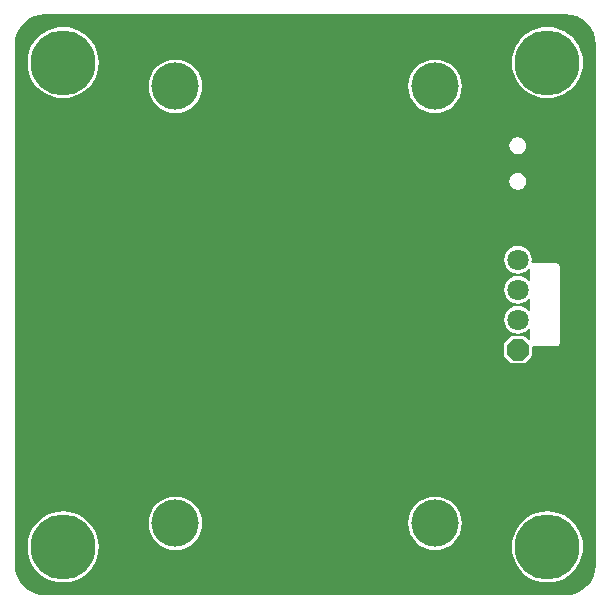
<source format=gbl>
G04 Layer_Physical_Order=2*
G04 Layer_Color=16711680*
%FSLAX44Y44*%
%MOMM*%
G71*
G01*
G75*
%ADD15P,1.9483X8X112.5*%
%ADD16C,1.8000*%
%ADD17C,4.0000*%
%ADD18C,5.5000*%
G36*
X475109Y495686D02*
X480022Y494196D01*
X484550Y491776D01*
X488518Y488519D01*
X491776Y484550D01*
X494196Y480022D01*
X495686Y475109D01*
X496165Y470248D01*
X496115Y470000D01*
X496115Y30000D01*
X496165Y29752D01*
X495686Y24891D01*
X494196Y19978D01*
X491776Y15450D01*
X488518Y11482D01*
X484550Y8225D01*
X480022Y5804D01*
X475109Y4314D01*
X471250Y3934D01*
X470000Y3885D01*
X470000Y3885D01*
X468730Y3885D01*
X31269Y3885D01*
X30000Y3885D01*
X28750Y3934D01*
X24891Y4314D01*
X19978Y5804D01*
X15450Y8225D01*
X11481Y11482D01*
X8225Y15450D01*
X5804Y19978D01*
X4314Y24891D01*
X3934Y28751D01*
X3885Y30000D01*
X3885Y30000D01*
X3885Y31252D01*
X3885Y470000D01*
X3835Y470248D01*
X4314Y475109D01*
X5804Y480022D01*
X8225Y484550D01*
X11481Y488519D01*
X15450Y491776D01*
X19978Y494196D01*
X24891Y495686D01*
X29752Y496165D01*
X30000Y496115D01*
X470000Y496115D01*
X470248Y496165D01*
X475109Y495686D01*
D02*
G37*
%LPC*%
G36*
X360000Y87649D02*
X355581Y87214D01*
X351333Y85925D01*
X347417Y83832D01*
X343985Y81015D01*
X341168Y77583D01*
X339075Y73667D01*
X337786Y69419D01*
X337351Y65000D01*
X337786Y60581D01*
X339075Y56333D01*
X341168Y52417D01*
X343985Y48985D01*
X347417Y46168D01*
X351333Y44075D01*
X355581Y42786D01*
X360000Y42351D01*
X364419Y42786D01*
X368667Y44075D01*
X372583Y46168D01*
X376015Y48985D01*
X378832Y52417D01*
X380925Y56333D01*
X382214Y60581D01*
X382649Y65000D01*
X382214Y69419D01*
X380925Y73667D01*
X378832Y77583D01*
X376015Y81015D01*
X372583Y83832D01*
X368667Y85925D01*
X364419Y87214D01*
X360000Y87649D01*
D02*
G37*
G36*
X430000Y299740D02*
X426987Y299343D01*
X424180Y298180D01*
X421770Y296330D01*
X419920Y293920D01*
X418757Y291112D01*
X418360Y288100D01*
X418757Y285088D01*
X419920Y282280D01*
X421770Y279870D01*
X424180Y278020D01*
X426987Y276857D01*
X430000Y276460D01*
X433013Y276857D01*
X435820Y278020D01*
X438230Y279870D01*
X438940Y280795D01*
X440210Y280364D01*
Y270436D01*
X438940Y270005D01*
X438230Y270930D01*
X435820Y272780D01*
X433013Y273943D01*
X430000Y274340D01*
X426987Y273943D01*
X424180Y272780D01*
X421770Y270930D01*
X419920Y268520D01*
X418757Y265713D01*
X418360Y262700D01*
X418757Y259688D01*
X419920Y256880D01*
X421770Y254470D01*
X424180Y252620D01*
X426987Y251457D01*
X430000Y251061D01*
X433013Y251457D01*
X435820Y252620D01*
X438230Y254470D01*
X438940Y255395D01*
X440210Y254963D01*
Y245037D01*
X438940Y244605D01*
X438230Y245530D01*
X435820Y247380D01*
X433013Y248543D01*
X430000Y248940D01*
X426987Y248543D01*
X424180Y247380D01*
X421770Y245530D01*
X419920Y243120D01*
X418757Y240312D01*
X418360Y237300D01*
X418757Y234287D01*
X419920Y231480D01*
X421770Y229070D01*
X424180Y227220D01*
X426987Y226057D01*
X430000Y225660D01*
X433013Y226057D01*
X435820Y227220D01*
X438230Y229070D01*
X438940Y229995D01*
X440210Y229564D01*
Y220512D01*
X439037Y220026D01*
X436331Y222731D01*
X435491Y223293D01*
X434500Y223490D01*
X425500D01*
X424509Y223293D01*
X423669Y222731D01*
X419169Y218231D01*
X418607Y217391D01*
X418410Y216400D01*
Y207400D01*
X418607Y206409D01*
X419169Y205569D01*
X423669Y201069D01*
X424509Y200507D01*
X425500Y200310D01*
X434500D01*
X435491Y200507D01*
X436331Y201069D01*
X440831Y205569D01*
X441393Y206409D01*
X441590Y207400D01*
Y213856D01*
X442800Y214910D01*
X462800D01*
X463791Y215107D01*
X464631Y215669D01*
X465193Y216509D01*
X465390Y217500D01*
Y282500D01*
X465193Y283491D01*
X464631Y284331D01*
X463791Y284893D01*
X462800Y285090D01*
X442800D01*
X442517Y285033D01*
X441364Y286006D01*
X441640Y288100D01*
X441243Y291112D01*
X440080Y293920D01*
X438230Y296330D01*
X435820Y298180D01*
X433013Y299343D01*
X430000Y299740D01*
D02*
G37*
G36*
X140000Y87649D02*
X135581Y87214D01*
X131333Y85925D01*
X127417Y83832D01*
X123985Y81015D01*
X121168Y77583D01*
X119075Y73667D01*
X117786Y69419D01*
X117351Y65000D01*
X117786Y60581D01*
X119075Y56333D01*
X121168Y52417D01*
X123985Y48985D01*
X127417Y46168D01*
X131333Y44075D01*
X135581Y42786D01*
X140000Y42351D01*
X144419Y42786D01*
X148667Y44075D01*
X152583Y46168D01*
X156015Y48985D01*
X158832Y52417D01*
X160925Y56333D01*
X162214Y60581D01*
X162649Y65000D01*
X162214Y69419D01*
X160925Y73667D01*
X158832Y77583D01*
X156015Y81015D01*
X152583Y83832D01*
X148667Y85925D01*
X144419Y87214D01*
X140000Y87649D01*
D02*
G37*
G36*
X45000Y75133D02*
X40286Y74762D01*
X35688Y73658D01*
X31320Y71849D01*
X27288Y69378D01*
X23693Y66307D01*
X20622Y62712D01*
X18151Y58680D01*
X16342Y54312D01*
X15238Y49714D01*
X14867Y45000D01*
X15238Y40286D01*
X16342Y35689D01*
X18151Y31320D01*
X20622Y27288D01*
X23693Y23693D01*
X27288Y20622D01*
X31320Y18152D01*
X35688Y16342D01*
X40286Y15238D01*
X45000Y14867D01*
X49714Y15238D01*
X54311Y16342D01*
X58680Y18152D01*
X62712Y20622D01*
X66307Y23693D01*
X69378Y27288D01*
X71849Y31320D01*
X73658Y35689D01*
X74762Y40286D01*
X75133Y45000D01*
X74762Y49714D01*
X73658Y54312D01*
X71849Y58680D01*
X69378Y62712D01*
X66307Y66307D01*
X62712Y69378D01*
X58680Y71849D01*
X54311Y73658D01*
X49714Y74762D01*
X45000Y75133D01*
D02*
G37*
G36*
X455000D02*
X450286Y74762D01*
X445688Y73658D01*
X441320Y71849D01*
X437288Y69378D01*
X433693Y66307D01*
X430622Y62712D01*
X428151Y58680D01*
X426342Y54312D01*
X425238Y49714D01*
X424867Y45000D01*
X425238Y40286D01*
X426342Y35689D01*
X428151Y31320D01*
X430622Y27288D01*
X433693Y23693D01*
X437288Y20622D01*
X441320Y18152D01*
X445688Y16342D01*
X450286Y15238D01*
X455000Y14867D01*
X459714Y15238D01*
X464312Y16342D01*
X468680Y18152D01*
X472712Y20622D01*
X476307Y23693D01*
X479378Y27288D01*
X481849Y31320D01*
X483658Y35689D01*
X484762Y40286D01*
X485133Y45000D01*
X484762Y49714D01*
X483658Y54312D01*
X481849Y58680D01*
X479378Y62712D01*
X476307Y66307D01*
X472712Y69378D01*
X468680Y71849D01*
X464312Y73658D01*
X459714Y74762D01*
X455000Y75133D01*
D02*
G37*
G36*
X430505Y361733D02*
X429495D01*
X427739Y361384D01*
X426805Y360997D01*
X425317Y360003D01*
X425317Y360003D01*
X424602Y359288D01*
X424602Y359288D01*
X423608Y357800D01*
X423221Y356866D01*
X422872Y355110D01*
Y354855D01*
X422822Y354605D01*
X422872Y354355D01*
Y354100D01*
X423221Y352344D01*
X423608Y351411D01*
X424602Y349922D01*
X424602Y349922D01*
X425317Y349208D01*
X425317Y349208D01*
X426805Y348213D01*
X427739Y347826D01*
X429495Y347477D01*
X430505D01*
X432261Y347826D01*
X433195Y348213D01*
X434683Y349208D01*
X434683Y349208D01*
X435398Y349922D01*
X435398Y349922D01*
X436392Y351411D01*
X436779Y352344D01*
X437128Y354100D01*
Y354355D01*
X437178Y354605D01*
X437128Y354855D01*
Y355110D01*
X436779Y356866D01*
X436392Y357800D01*
X435398Y359288D01*
X435398Y359288D01*
X434683Y360003D01*
X434683Y360003D01*
X433195Y360997D01*
X432261Y361384D01*
X430505Y361733D01*
D02*
G37*
G36*
X45000Y485133D02*
X40286Y484762D01*
X35688Y483658D01*
X31320Y481849D01*
X27288Y479378D01*
X23693Y476307D01*
X20622Y472712D01*
X18151Y468680D01*
X16342Y464312D01*
X15238Y459714D01*
X14867Y455000D01*
X15238Y450286D01*
X16342Y445689D01*
X18151Y441320D01*
X20622Y437288D01*
X23693Y433693D01*
X27288Y430622D01*
X31320Y428152D01*
X35688Y426342D01*
X40286Y425238D01*
X45000Y424867D01*
X49714Y425238D01*
X54311Y426342D01*
X58680Y428152D01*
X62712Y430622D01*
X66307Y433693D01*
X69378Y437288D01*
X71849Y441320D01*
X73658Y445689D01*
X74762Y450286D01*
X75133Y455000D01*
X74762Y459714D01*
X73658Y464312D01*
X71849Y468680D01*
X69378Y472712D01*
X66307Y476307D01*
X62712Y479378D01*
X58680Y481849D01*
X54311Y483658D01*
X49714Y484762D01*
X45000Y485133D01*
D02*
G37*
G36*
X455000D02*
X450286Y484762D01*
X445688Y483658D01*
X441320Y481849D01*
X437288Y479378D01*
X433693Y476307D01*
X430622Y472712D01*
X428151Y468680D01*
X426342Y464312D01*
X425238Y459714D01*
X424867Y455000D01*
X425238Y450286D01*
X426342Y445689D01*
X428151Y441320D01*
X430622Y437288D01*
X433693Y433693D01*
X437288Y430622D01*
X441320Y428152D01*
X445688Y426342D01*
X450286Y425238D01*
X455000Y424867D01*
X459714Y425238D01*
X464312Y426342D01*
X468680Y428152D01*
X472712Y430622D01*
X476307Y433693D01*
X479378Y437288D01*
X481849Y441320D01*
X483658Y445689D01*
X484762Y450286D01*
X485133Y455000D01*
X484762Y459714D01*
X483658Y464312D01*
X481849Y468680D01*
X479378Y472712D01*
X476307Y476307D01*
X472712Y479378D01*
X468680Y481849D01*
X464312Y483658D01*
X459714Y484762D01*
X455000Y485133D01*
D02*
G37*
G36*
X360000Y457649D02*
X355581Y457214D01*
X351333Y455925D01*
X347417Y453832D01*
X343985Y451015D01*
X341168Y447583D01*
X339075Y443667D01*
X337786Y439419D01*
X337351Y435000D01*
X337786Y430581D01*
X339075Y426333D01*
X341168Y422417D01*
X343985Y418985D01*
X347417Y416168D01*
X351333Y414075D01*
X355581Y412786D01*
X360000Y412351D01*
X364419Y412786D01*
X368667Y414075D01*
X372583Y416168D01*
X376015Y418985D01*
X378832Y422417D01*
X380925Y426333D01*
X382214Y430581D01*
X382649Y435000D01*
X382214Y439419D01*
X380925Y443667D01*
X378832Y447583D01*
X376015Y451015D01*
X372583Y453832D01*
X368667Y455925D01*
X364419Y457214D01*
X360000Y457649D01*
D02*
G37*
G36*
X430505Y391733D02*
X429495D01*
X427739Y391384D01*
X426805Y390997D01*
X425317Y390003D01*
X425317Y390003D01*
X424602Y389288D01*
X424602Y389288D01*
X423608Y387800D01*
X423221Y386866D01*
X422872Y385110D01*
Y384855D01*
X422822Y384605D01*
X422872Y384355D01*
Y384100D01*
X423221Y382344D01*
X423608Y381411D01*
X424602Y379922D01*
X424602Y379922D01*
X425317Y379208D01*
X425317Y379207D01*
X426805Y378213D01*
X427739Y377826D01*
X429495Y377477D01*
X430505D01*
X432261Y377826D01*
X433195Y378213D01*
X434683Y379207D01*
X434683Y379208D01*
X435398Y379922D01*
X435398Y379922D01*
X436392Y381411D01*
X436779Y382344D01*
X437128Y384100D01*
Y384355D01*
X437178Y384605D01*
X437128Y384855D01*
Y385110D01*
X436779Y386866D01*
X436392Y387800D01*
X435398Y389288D01*
X435398Y389288D01*
X434683Y390003D01*
X434683Y390003D01*
X433195Y390997D01*
X432261Y391384D01*
X430505Y391733D01*
D02*
G37*
G36*
X140000Y457649D02*
X135581Y457214D01*
X131333Y455925D01*
X127417Y453832D01*
X123985Y451015D01*
X121168Y447583D01*
X119075Y443667D01*
X117786Y439419D01*
X117351Y435000D01*
X117786Y430581D01*
X119075Y426333D01*
X121168Y422417D01*
X123985Y418985D01*
X127417Y416168D01*
X131333Y414075D01*
X135581Y412786D01*
X140000Y412351D01*
X144419Y412786D01*
X148667Y414075D01*
X152583Y416168D01*
X156015Y418985D01*
X158832Y422417D01*
X160925Y426333D01*
X162214Y430581D01*
X162649Y435000D01*
X162214Y439419D01*
X160925Y443667D01*
X158832Y447583D01*
X156015Y451015D01*
X152583Y453832D01*
X148667Y455925D01*
X144419Y457214D01*
X140000Y457649D01*
D02*
G37*
%LPD*%
D15*
X430000Y211900D02*
D03*
D16*
Y237300D02*
D03*
Y262700D02*
D03*
Y288100D02*
D03*
D17*
X360000Y65000D02*
D03*
X140000D02*
D03*
X360000Y435000D02*
D03*
X140000D02*
D03*
D18*
X45000Y455000D02*
D03*
X455000D02*
D03*
X45000Y45000D02*
D03*
X455000D02*
D03*
M02*

</source>
